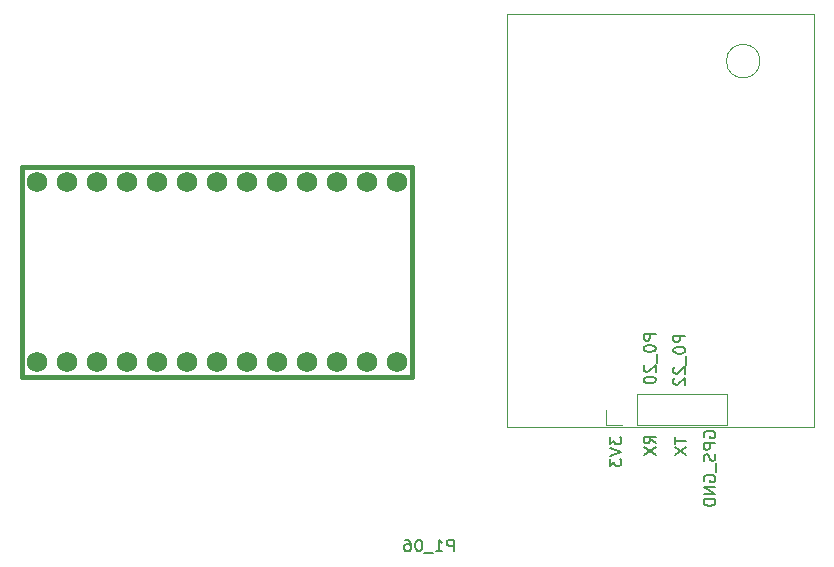
<source format=gbr>
%TF.GenerationSoftware,KiCad,Pcbnew,8.0.6-8.0.6-0~ubuntu24.04.1*%
%TF.CreationDate,2025-11-22T22:57:42-05:00*%
%TF.ProjectId,rook,726f6f6b-2e6b-4696-9361-645f70636258,rev?*%
%TF.SameCoordinates,Original*%
%TF.FileFunction,Legend,Bot*%
%TF.FilePolarity,Positive*%
%FSLAX46Y46*%
G04 Gerber Fmt 4.6, Leading zero omitted, Abs format (unit mm)*
G04 Created by KiCad (PCBNEW 8.0.6-8.0.6-0~ubuntu24.04.1) date 2025-11-22 22:57:42*
%MOMM*%
%LPD*%
G01*
G04 APERTURE LIST*
%ADD10C,0.150000*%
%ADD11C,0.381000*%
%ADD12C,0.120000*%
%ADD13C,0.100000*%
%ADD14C,1.752600*%
G04 APERTURE END LIST*
D10*
X53069819Y-29036779D02*
X52069819Y-29036779D01*
X52069819Y-29036779D02*
X52069819Y-29417731D01*
X52069819Y-29417731D02*
X52117438Y-29512969D01*
X52117438Y-29512969D02*
X52165057Y-29560588D01*
X52165057Y-29560588D02*
X52260295Y-29608207D01*
X52260295Y-29608207D02*
X52403152Y-29608207D01*
X52403152Y-29608207D02*
X52498390Y-29560588D01*
X52498390Y-29560588D02*
X52546009Y-29512969D01*
X52546009Y-29512969D02*
X52593628Y-29417731D01*
X52593628Y-29417731D02*
X52593628Y-29036779D01*
X52069819Y-30227255D02*
X52069819Y-30322493D01*
X52069819Y-30322493D02*
X52117438Y-30417731D01*
X52117438Y-30417731D02*
X52165057Y-30465350D01*
X52165057Y-30465350D02*
X52260295Y-30512969D01*
X52260295Y-30512969D02*
X52450771Y-30560588D01*
X52450771Y-30560588D02*
X52688866Y-30560588D01*
X52688866Y-30560588D02*
X52879342Y-30512969D01*
X52879342Y-30512969D02*
X52974580Y-30465350D01*
X52974580Y-30465350D02*
X53022200Y-30417731D01*
X53022200Y-30417731D02*
X53069819Y-30322493D01*
X53069819Y-30322493D02*
X53069819Y-30227255D01*
X53069819Y-30227255D02*
X53022200Y-30132017D01*
X53022200Y-30132017D02*
X52974580Y-30084398D01*
X52974580Y-30084398D02*
X52879342Y-30036779D01*
X52879342Y-30036779D02*
X52688866Y-29989160D01*
X52688866Y-29989160D02*
X52450771Y-29989160D01*
X52450771Y-29989160D02*
X52260295Y-30036779D01*
X52260295Y-30036779D02*
X52165057Y-30084398D01*
X52165057Y-30084398D02*
X52117438Y-30132017D01*
X52117438Y-30132017D02*
X52069819Y-30227255D01*
X53165057Y-30751065D02*
X53165057Y-31512969D01*
X52165057Y-31703446D02*
X52117438Y-31751065D01*
X52117438Y-31751065D02*
X52069819Y-31846303D01*
X52069819Y-31846303D02*
X52069819Y-32084398D01*
X52069819Y-32084398D02*
X52117438Y-32179636D01*
X52117438Y-32179636D02*
X52165057Y-32227255D01*
X52165057Y-32227255D02*
X52260295Y-32274874D01*
X52260295Y-32274874D02*
X52355533Y-32274874D01*
X52355533Y-32274874D02*
X52498390Y-32227255D01*
X52498390Y-32227255D02*
X53069819Y-31655827D01*
X53069819Y-31655827D02*
X53069819Y-32274874D01*
X52069819Y-32893922D02*
X52069819Y-32989160D01*
X52069819Y-32989160D02*
X52117438Y-33084398D01*
X52117438Y-33084398D02*
X52165057Y-33132017D01*
X52165057Y-33132017D02*
X52260295Y-33179636D01*
X52260295Y-33179636D02*
X52450771Y-33227255D01*
X52450771Y-33227255D02*
X52688866Y-33227255D01*
X52688866Y-33227255D02*
X52879342Y-33179636D01*
X52879342Y-33179636D02*
X52974580Y-33132017D01*
X52974580Y-33132017D02*
X53022200Y-33084398D01*
X53022200Y-33084398D02*
X53069819Y-32989160D01*
X53069819Y-32989160D02*
X53069819Y-32893922D01*
X53069819Y-32893922D02*
X53022200Y-32798684D01*
X53022200Y-32798684D02*
X52974580Y-32751065D01*
X52974580Y-32751065D02*
X52879342Y-32703446D01*
X52879342Y-32703446D02*
X52688866Y-32655827D01*
X52688866Y-32655827D02*
X52450771Y-32655827D01*
X52450771Y-32655827D02*
X52260295Y-32703446D01*
X52260295Y-32703446D02*
X52165057Y-32751065D01*
X52165057Y-32751065D02*
X52117438Y-32798684D01*
X52117438Y-32798684D02*
X52069819Y-32893922D01*
X54669819Y-37793922D02*
X54669819Y-38365350D01*
X55669819Y-38079636D02*
X54669819Y-38079636D01*
X54669819Y-38603446D02*
X55669819Y-39270112D01*
X54669819Y-39270112D02*
X55669819Y-38603446D01*
X53069819Y-38308207D02*
X52593628Y-37974874D01*
X53069819Y-37736779D02*
X52069819Y-37736779D01*
X52069819Y-37736779D02*
X52069819Y-38117731D01*
X52069819Y-38117731D02*
X52117438Y-38212969D01*
X52117438Y-38212969D02*
X52165057Y-38260588D01*
X52165057Y-38260588D02*
X52260295Y-38308207D01*
X52260295Y-38308207D02*
X52403152Y-38308207D01*
X52403152Y-38308207D02*
X52498390Y-38260588D01*
X52498390Y-38260588D02*
X52546009Y-38212969D01*
X52546009Y-38212969D02*
X52593628Y-38117731D01*
X52593628Y-38117731D02*
X52593628Y-37736779D01*
X52069819Y-38641541D02*
X53069819Y-39308207D01*
X52069819Y-39308207D02*
X53069819Y-38641541D01*
X35963220Y-47469819D02*
X35963220Y-46469819D01*
X35963220Y-46469819D02*
X35582268Y-46469819D01*
X35582268Y-46469819D02*
X35487030Y-46517438D01*
X35487030Y-46517438D02*
X35439411Y-46565057D01*
X35439411Y-46565057D02*
X35391792Y-46660295D01*
X35391792Y-46660295D02*
X35391792Y-46803152D01*
X35391792Y-46803152D02*
X35439411Y-46898390D01*
X35439411Y-46898390D02*
X35487030Y-46946009D01*
X35487030Y-46946009D02*
X35582268Y-46993628D01*
X35582268Y-46993628D02*
X35963220Y-46993628D01*
X34439411Y-47469819D02*
X35010839Y-47469819D01*
X34725125Y-47469819D02*
X34725125Y-46469819D01*
X34725125Y-46469819D02*
X34820363Y-46612676D01*
X34820363Y-46612676D02*
X34915601Y-46707914D01*
X34915601Y-46707914D02*
X35010839Y-46755533D01*
X34248935Y-47565057D02*
X33487030Y-47565057D01*
X33058458Y-46469819D02*
X32963220Y-46469819D01*
X32963220Y-46469819D02*
X32867982Y-46517438D01*
X32867982Y-46517438D02*
X32820363Y-46565057D01*
X32820363Y-46565057D02*
X32772744Y-46660295D01*
X32772744Y-46660295D02*
X32725125Y-46850771D01*
X32725125Y-46850771D02*
X32725125Y-47088866D01*
X32725125Y-47088866D02*
X32772744Y-47279342D01*
X32772744Y-47279342D02*
X32820363Y-47374580D01*
X32820363Y-47374580D02*
X32867982Y-47422200D01*
X32867982Y-47422200D02*
X32963220Y-47469819D01*
X32963220Y-47469819D02*
X33058458Y-47469819D01*
X33058458Y-47469819D02*
X33153696Y-47422200D01*
X33153696Y-47422200D02*
X33201315Y-47374580D01*
X33201315Y-47374580D02*
X33248934Y-47279342D01*
X33248934Y-47279342D02*
X33296553Y-47088866D01*
X33296553Y-47088866D02*
X33296553Y-46850771D01*
X33296553Y-46850771D02*
X33248934Y-46660295D01*
X33248934Y-46660295D02*
X33201315Y-46565057D01*
X33201315Y-46565057D02*
X33153696Y-46517438D01*
X33153696Y-46517438D02*
X33058458Y-46469819D01*
X31867982Y-46469819D02*
X32058458Y-46469819D01*
X32058458Y-46469819D02*
X32153696Y-46517438D01*
X32153696Y-46517438D02*
X32201315Y-46565057D01*
X32201315Y-46565057D02*
X32296553Y-46707914D01*
X32296553Y-46707914D02*
X32344172Y-46898390D01*
X32344172Y-46898390D02*
X32344172Y-47279342D01*
X32344172Y-47279342D02*
X32296553Y-47374580D01*
X32296553Y-47374580D02*
X32248934Y-47422200D01*
X32248934Y-47422200D02*
X32153696Y-47469819D01*
X32153696Y-47469819D02*
X31963220Y-47469819D01*
X31963220Y-47469819D02*
X31867982Y-47422200D01*
X31867982Y-47422200D02*
X31820363Y-47374580D01*
X31820363Y-47374580D02*
X31772744Y-47279342D01*
X31772744Y-47279342D02*
X31772744Y-47041247D01*
X31772744Y-47041247D02*
X31820363Y-46946009D01*
X31820363Y-46946009D02*
X31867982Y-46898390D01*
X31867982Y-46898390D02*
X31963220Y-46850771D01*
X31963220Y-46850771D02*
X32153696Y-46850771D01*
X32153696Y-46850771D02*
X32248934Y-46898390D01*
X32248934Y-46898390D02*
X32296553Y-46946009D01*
X32296553Y-46946009D02*
X32344172Y-47041247D01*
X49169819Y-37791541D02*
X49169819Y-38410588D01*
X49169819Y-38410588D02*
X49550771Y-38077255D01*
X49550771Y-38077255D02*
X49550771Y-38220112D01*
X49550771Y-38220112D02*
X49598390Y-38315350D01*
X49598390Y-38315350D02*
X49646009Y-38362969D01*
X49646009Y-38362969D02*
X49741247Y-38410588D01*
X49741247Y-38410588D02*
X49979342Y-38410588D01*
X49979342Y-38410588D02*
X50074580Y-38362969D01*
X50074580Y-38362969D02*
X50122200Y-38315350D01*
X50122200Y-38315350D02*
X50169819Y-38220112D01*
X50169819Y-38220112D02*
X50169819Y-37934398D01*
X50169819Y-37934398D02*
X50122200Y-37839160D01*
X50122200Y-37839160D02*
X50074580Y-37791541D01*
X49169819Y-38696303D02*
X50169819Y-39029636D01*
X50169819Y-39029636D02*
X49169819Y-39362969D01*
X49169819Y-39601065D02*
X49169819Y-40220112D01*
X49169819Y-40220112D02*
X49550771Y-39886779D01*
X49550771Y-39886779D02*
X49550771Y-40029636D01*
X49550771Y-40029636D02*
X49598390Y-40124874D01*
X49598390Y-40124874D02*
X49646009Y-40172493D01*
X49646009Y-40172493D02*
X49741247Y-40220112D01*
X49741247Y-40220112D02*
X49979342Y-40220112D01*
X49979342Y-40220112D02*
X50074580Y-40172493D01*
X50074580Y-40172493D02*
X50122200Y-40124874D01*
X50122200Y-40124874D02*
X50169819Y-40029636D01*
X50169819Y-40029636D02*
X50169819Y-39743922D01*
X50169819Y-39743922D02*
X50122200Y-39648684D01*
X50122200Y-39648684D02*
X50074580Y-39601065D01*
X55569819Y-29186779D02*
X54569819Y-29186779D01*
X54569819Y-29186779D02*
X54569819Y-29567731D01*
X54569819Y-29567731D02*
X54617438Y-29662969D01*
X54617438Y-29662969D02*
X54665057Y-29710588D01*
X54665057Y-29710588D02*
X54760295Y-29758207D01*
X54760295Y-29758207D02*
X54903152Y-29758207D01*
X54903152Y-29758207D02*
X54998390Y-29710588D01*
X54998390Y-29710588D02*
X55046009Y-29662969D01*
X55046009Y-29662969D02*
X55093628Y-29567731D01*
X55093628Y-29567731D02*
X55093628Y-29186779D01*
X54569819Y-30377255D02*
X54569819Y-30472493D01*
X54569819Y-30472493D02*
X54617438Y-30567731D01*
X54617438Y-30567731D02*
X54665057Y-30615350D01*
X54665057Y-30615350D02*
X54760295Y-30662969D01*
X54760295Y-30662969D02*
X54950771Y-30710588D01*
X54950771Y-30710588D02*
X55188866Y-30710588D01*
X55188866Y-30710588D02*
X55379342Y-30662969D01*
X55379342Y-30662969D02*
X55474580Y-30615350D01*
X55474580Y-30615350D02*
X55522200Y-30567731D01*
X55522200Y-30567731D02*
X55569819Y-30472493D01*
X55569819Y-30472493D02*
X55569819Y-30377255D01*
X55569819Y-30377255D02*
X55522200Y-30282017D01*
X55522200Y-30282017D02*
X55474580Y-30234398D01*
X55474580Y-30234398D02*
X55379342Y-30186779D01*
X55379342Y-30186779D02*
X55188866Y-30139160D01*
X55188866Y-30139160D02*
X54950771Y-30139160D01*
X54950771Y-30139160D02*
X54760295Y-30186779D01*
X54760295Y-30186779D02*
X54665057Y-30234398D01*
X54665057Y-30234398D02*
X54617438Y-30282017D01*
X54617438Y-30282017D02*
X54569819Y-30377255D01*
X55665057Y-30901065D02*
X55665057Y-31662969D01*
X54665057Y-31853446D02*
X54617438Y-31901065D01*
X54617438Y-31901065D02*
X54569819Y-31996303D01*
X54569819Y-31996303D02*
X54569819Y-32234398D01*
X54569819Y-32234398D02*
X54617438Y-32329636D01*
X54617438Y-32329636D02*
X54665057Y-32377255D01*
X54665057Y-32377255D02*
X54760295Y-32424874D01*
X54760295Y-32424874D02*
X54855533Y-32424874D01*
X54855533Y-32424874D02*
X54998390Y-32377255D01*
X54998390Y-32377255D02*
X55569819Y-31805827D01*
X55569819Y-31805827D02*
X55569819Y-32424874D01*
X54665057Y-32805827D02*
X54617438Y-32853446D01*
X54617438Y-32853446D02*
X54569819Y-32948684D01*
X54569819Y-32948684D02*
X54569819Y-33186779D01*
X54569819Y-33186779D02*
X54617438Y-33282017D01*
X54617438Y-33282017D02*
X54665057Y-33329636D01*
X54665057Y-33329636D02*
X54760295Y-33377255D01*
X54760295Y-33377255D02*
X54855533Y-33377255D01*
X54855533Y-33377255D02*
X54998390Y-33329636D01*
X54998390Y-33329636D02*
X55569819Y-32758208D01*
X55569819Y-32758208D02*
X55569819Y-33377255D01*
X57167438Y-37810588D02*
X57119819Y-37715350D01*
X57119819Y-37715350D02*
X57119819Y-37572493D01*
X57119819Y-37572493D02*
X57167438Y-37429636D01*
X57167438Y-37429636D02*
X57262676Y-37334398D01*
X57262676Y-37334398D02*
X57357914Y-37286779D01*
X57357914Y-37286779D02*
X57548390Y-37239160D01*
X57548390Y-37239160D02*
X57691247Y-37239160D01*
X57691247Y-37239160D02*
X57881723Y-37286779D01*
X57881723Y-37286779D02*
X57976961Y-37334398D01*
X57976961Y-37334398D02*
X58072200Y-37429636D01*
X58072200Y-37429636D02*
X58119819Y-37572493D01*
X58119819Y-37572493D02*
X58119819Y-37667731D01*
X58119819Y-37667731D02*
X58072200Y-37810588D01*
X58072200Y-37810588D02*
X58024580Y-37858207D01*
X58024580Y-37858207D02*
X57691247Y-37858207D01*
X57691247Y-37858207D02*
X57691247Y-37667731D01*
X58119819Y-38286779D02*
X57119819Y-38286779D01*
X57119819Y-38286779D02*
X57119819Y-38667731D01*
X57119819Y-38667731D02*
X57167438Y-38762969D01*
X57167438Y-38762969D02*
X57215057Y-38810588D01*
X57215057Y-38810588D02*
X57310295Y-38858207D01*
X57310295Y-38858207D02*
X57453152Y-38858207D01*
X57453152Y-38858207D02*
X57548390Y-38810588D01*
X57548390Y-38810588D02*
X57596009Y-38762969D01*
X57596009Y-38762969D02*
X57643628Y-38667731D01*
X57643628Y-38667731D02*
X57643628Y-38286779D01*
X58072200Y-39239160D02*
X58119819Y-39382017D01*
X58119819Y-39382017D02*
X58119819Y-39620112D01*
X58119819Y-39620112D02*
X58072200Y-39715350D01*
X58072200Y-39715350D02*
X58024580Y-39762969D01*
X58024580Y-39762969D02*
X57929342Y-39810588D01*
X57929342Y-39810588D02*
X57834104Y-39810588D01*
X57834104Y-39810588D02*
X57738866Y-39762969D01*
X57738866Y-39762969D02*
X57691247Y-39715350D01*
X57691247Y-39715350D02*
X57643628Y-39620112D01*
X57643628Y-39620112D02*
X57596009Y-39429636D01*
X57596009Y-39429636D02*
X57548390Y-39334398D01*
X57548390Y-39334398D02*
X57500771Y-39286779D01*
X57500771Y-39286779D02*
X57405533Y-39239160D01*
X57405533Y-39239160D02*
X57310295Y-39239160D01*
X57310295Y-39239160D02*
X57215057Y-39286779D01*
X57215057Y-39286779D02*
X57167438Y-39334398D01*
X57167438Y-39334398D02*
X57119819Y-39429636D01*
X57119819Y-39429636D02*
X57119819Y-39667731D01*
X57119819Y-39667731D02*
X57167438Y-39810588D01*
X58215057Y-40001065D02*
X58215057Y-40762969D01*
X57167438Y-41524874D02*
X57119819Y-41429636D01*
X57119819Y-41429636D02*
X57119819Y-41286779D01*
X57119819Y-41286779D02*
X57167438Y-41143922D01*
X57167438Y-41143922D02*
X57262676Y-41048684D01*
X57262676Y-41048684D02*
X57357914Y-41001065D01*
X57357914Y-41001065D02*
X57548390Y-40953446D01*
X57548390Y-40953446D02*
X57691247Y-40953446D01*
X57691247Y-40953446D02*
X57881723Y-41001065D01*
X57881723Y-41001065D02*
X57976961Y-41048684D01*
X57976961Y-41048684D02*
X58072200Y-41143922D01*
X58072200Y-41143922D02*
X58119819Y-41286779D01*
X58119819Y-41286779D02*
X58119819Y-41382017D01*
X58119819Y-41382017D02*
X58072200Y-41524874D01*
X58072200Y-41524874D02*
X58024580Y-41572493D01*
X58024580Y-41572493D02*
X57691247Y-41572493D01*
X57691247Y-41572493D02*
X57691247Y-41382017D01*
X58119819Y-42001065D02*
X57119819Y-42001065D01*
X57119819Y-42001065D02*
X58119819Y-42572493D01*
X58119819Y-42572493D02*
X57119819Y-42572493D01*
X58119819Y-43048684D02*
X57119819Y-43048684D01*
X57119819Y-43048684D02*
X57119819Y-43286779D01*
X57119819Y-43286779D02*
X57167438Y-43429636D01*
X57167438Y-43429636D02*
X57262676Y-43524874D01*
X57262676Y-43524874D02*
X57357914Y-43572493D01*
X57357914Y-43572493D02*
X57548390Y-43620112D01*
X57548390Y-43620112D02*
X57691247Y-43620112D01*
X57691247Y-43620112D02*
X57881723Y-43572493D01*
X57881723Y-43572493D02*
X57976961Y-43524874D01*
X57976961Y-43524874D02*
X58072200Y-43429636D01*
X58072200Y-43429636D02*
X58119819Y-43286779D01*
X58119819Y-43286779D02*
X58119819Y-43048684D01*
D11*
%TO.C,U2*%
X-570000Y-14940000D02*
X-570000Y-32720000D01*
X-570000Y-32720000D02*
X32450000Y-32720000D01*
X32450000Y-14940000D02*
X-570000Y-14940000D01*
X32450000Y-32720000D02*
X32450000Y-14940000D01*
D12*
%TO.C,J2*%
X48850000Y-36780000D02*
X48850000Y-35450000D01*
X50180000Y-36780000D02*
X48850000Y-36780000D01*
X51450000Y-36780000D02*
X51450000Y-34120000D01*
X59130000Y-34120000D02*
X51450000Y-34120000D01*
X59130000Y-36780000D02*
X51450000Y-36780000D01*
X59130000Y-36780000D02*
X59130000Y-34120000D01*
D13*
X40480000Y-1950000D02*
X66480000Y-1950000D01*
X66480000Y-36950000D01*
X40480000Y-36950000D01*
X40480000Y-1950000D01*
X61901267Y-5950000D02*
G75*
G02*
X59058733Y-5950000I-1421267J0D01*
G01*
X59058733Y-5950000D02*
G75*
G02*
X61901267Y-5950000I1421267J0D01*
G01*
%TD*%
D14*
%TO.C,U2*%
X3240000Y-31450000D03*
X5780000Y-31450000D03*
X8320000Y-31450000D03*
X10860000Y-31450000D03*
X13400000Y-31450000D03*
X15940000Y-31450000D03*
X18480000Y-31450000D03*
X21020000Y-31450000D03*
X23560000Y-31450000D03*
X26100000Y-31450000D03*
X28640000Y-31450000D03*
X31180000Y-31450000D03*
X31180000Y-16210000D03*
X28640000Y-16210000D03*
X26100000Y-16210000D03*
X23560000Y-16210000D03*
X21020000Y-16210000D03*
X18480000Y-16210000D03*
X15940000Y-16210000D03*
X13400000Y-16210000D03*
X10860000Y-16210000D03*
X8320000Y-16210000D03*
X5780000Y-16210000D03*
X3240000Y-16210000D03*
X700000Y-16210000D03*
X700000Y-31450000D03*
%TD*%
M02*

</source>
